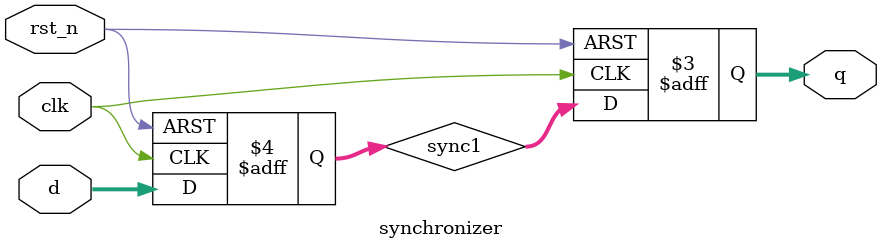
<source format=v>
module synchronizer #(parameter WIDTH = 4) (
  input clk,
  input rst_n,
  input [WIDTH-1:0] d,
  output reg [WIDTH-1:0] q
);

  reg [WIDTH-1:0] sync1;

  always @(posedge clk or negedge rst_n) begin
    if (!rst_n) begin
      sync1 <= 0;
      q <= 0;
    end else begin
      sync1 <= d;
      q <= sync1;
    end
  end

endmodule

</source>
